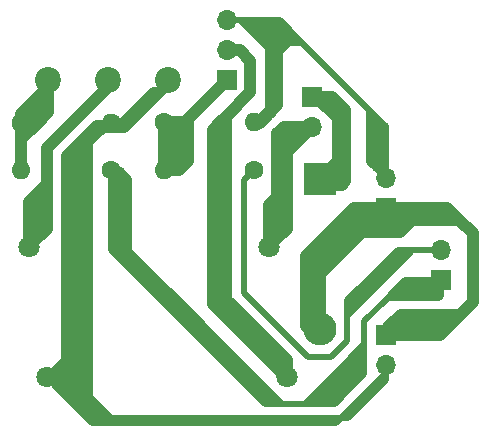
<source format=gbr>
G04 #@! TF.GenerationSoftware,KiCad,Pcbnew,7.0.2-0*
G04 #@! TF.CreationDate,2023-08-02T17:26:49+09:00*
G04 #@! TF.ProjectId,kicker_board2,6b69636b-6572-45f6-926f-617264322e6b,rev?*
G04 #@! TF.SameCoordinates,Original*
G04 #@! TF.FileFunction,Copper,L1,Top*
G04 #@! TF.FilePolarity,Positive*
%FSLAX46Y46*%
G04 Gerber Fmt 4.6, Leading zero omitted, Abs format (unit mm)*
G04 Created by KiCad (PCBNEW 7.0.2-0) date 2023-08-02 17:26:49*
%MOMM*%
%LPD*%
G01*
G04 APERTURE LIST*
G04 #@! TA.AperFunction,ComponentPad*
%ADD10R,1.700000X1.700000*%
G04 #@! TD*
G04 #@! TA.AperFunction,ComponentPad*
%ADD11O,1.700000X1.700000*%
G04 #@! TD*
G04 #@! TA.AperFunction,ComponentPad*
%ADD12C,1.800000*%
G04 #@! TD*
G04 #@! TA.AperFunction,ComponentPad*
%ADD13C,2.200000*%
G04 #@! TD*
G04 #@! TA.AperFunction,ComponentPad*
%ADD14C,1.600000*%
G04 #@! TD*
G04 #@! TA.AperFunction,ComponentPad*
%ADD15O,1.600000X1.600000*%
G04 #@! TD*
G04 #@! TA.AperFunction,ComponentPad*
%ADD16R,2.800000X2.800000*%
G04 #@! TD*
G04 #@! TA.AperFunction,ComponentPad*
%ADD17O,2.800000X2.800000*%
G04 #@! TD*
G04 #@! TA.AperFunction,Conductor*
%ADD18C,1.000000*%
G04 #@! TD*
G04 #@! TA.AperFunction,Conductor*
%ADD19C,0.500000*%
G04 #@! TD*
G04 APERTURE END LIST*
D10*
X154432000Y-107061000D03*
D11*
X154432000Y-104521000D03*
D12*
X141351000Y-115316000D03*
X121031000Y-115316000D03*
D13*
X121158000Y-90170000D03*
X126238000Y-90170000D03*
X131318000Y-90170000D03*
D10*
X149733000Y-111760000D03*
D11*
X149733000Y-114300000D03*
D14*
X130937000Y-93726000D03*
D15*
X138557000Y-93726000D03*
D10*
X143510000Y-91562000D03*
D11*
X143510000Y-94102000D03*
D14*
X126492000Y-97790000D03*
D15*
X118872000Y-97790000D03*
D14*
X138557000Y-97776000D03*
D15*
X130937000Y-97776000D03*
D12*
X119507000Y-104267000D03*
X139827000Y-104267000D03*
D10*
X149733000Y-100965000D03*
D11*
X149733000Y-98425000D03*
D14*
X118872000Y-93740000D03*
D15*
X126492000Y-93740000D03*
D16*
X144145000Y-98552000D03*
D17*
X144145000Y-111252000D03*
D10*
X136271000Y-90170000D03*
D11*
X136271000Y-87630000D03*
X136271000Y-85090000D03*
D18*
X147500000Y-102500000D02*
X143000000Y-107000000D01*
X149733000Y-111267000D02*
X150000000Y-111000000D01*
X157099000Y-108966000D02*
X156532500Y-109532500D01*
X150965000Y-101000000D02*
X149482500Y-102482500D01*
X151000000Y-100965000D02*
X153000000Y-100965000D01*
X155000000Y-111000000D02*
X150000000Y-111000000D01*
X144000000Y-109000000D02*
X143000000Y-110000000D01*
X144145000Y-109000000D02*
X144145000Y-106553000D01*
X143145000Y-108000000D02*
X144145000Y-109000000D01*
X153000000Y-100965000D02*
X154940000Y-100965000D01*
X144145000Y-109000000D02*
X144000000Y-109000000D01*
X150750500Y-101982500D02*
X149733000Y-100965000D01*
X143252000Y-111252000D02*
X143000000Y-111000000D01*
X143000000Y-106000000D02*
X143000000Y-105965000D01*
X153952500Y-100965000D02*
X155000000Y-102012500D01*
X153952500Y-101060000D02*
X153000000Y-102012500D01*
X149035000Y-100965000D02*
X148500000Y-101500000D01*
X144145000Y-111252000D02*
X144145000Y-109000000D01*
X143000000Y-107000000D02*
X143000000Y-106000000D01*
X143000000Y-111000000D02*
X143000000Y-110000000D01*
X143000000Y-105965000D02*
X148000000Y-100965000D01*
X148500000Y-101500000D02*
X147500000Y-102500000D01*
X144145000Y-111252000D02*
X143252000Y-111252000D01*
X147500000Y-102500000D02*
X148000000Y-103000000D01*
X149733000Y-111760000D02*
X149733000Y-111267000D01*
X154940000Y-100965000D02*
X155987500Y-102012500D01*
X151000000Y-101000000D02*
X150965000Y-101000000D01*
X151000000Y-101000000D02*
X151982500Y-101982500D01*
X155987500Y-102012500D02*
X157099000Y-103124000D01*
X144145000Y-106553000D02*
X149733000Y-100965000D01*
X151982500Y-101982500D02*
X153000000Y-100965000D01*
X156532500Y-109532500D02*
X155032500Y-111032500D01*
X144145000Y-106855000D02*
X143000000Y-108000000D01*
X149733000Y-100965000D02*
X151000000Y-100965000D01*
X143000000Y-108000000D02*
X143145000Y-108000000D01*
X143000000Y-110000000D02*
X143000000Y-108000000D01*
X148500000Y-101500000D02*
X149482500Y-102482500D01*
X151000000Y-100965000D02*
X151000000Y-101000000D01*
X155000000Y-102012500D02*
X155987500Y-102012500D01*
X150965000Y-103000000D02*
X151482500Y-102482500D01*
X149733000Y-100965000D02*
X149035000Y-100965000D01*
X148000000Y-100965000D02*
X149733000Y-100965000D01*
X157099000Y-103124000D02*
X157099000Y-108966000D01*
X144145000Y-106553000D02*
X144145000Y-106855000D01*
X151982500Y-101982500D02*
X150750500Y-101982500D01*
X155032500Y-111032500D02*
X155000000Y-111000000D01*
X155032500Y-111032500D02*
X154305000Y-111760000D01*
X154305000Y-111760000D02*
X149733000Y-111760000D01*
X143000000Y-106000000D02*
X143000000Y-105000000D01*
X156065000Y-110000000D02*
X156532500Y-109532500D01*
X147035000Y-100965000D02*
X148000000Y-100965000D01*
X152012500Y-102012500D02*
X153000000Y-102012500D01*
X153000000Y-100965000D02*
X153952500Y-100965000D01*
X143000000Y-105000000D02*
X147035000Y-100965000D01*
X151982500Y-101982500D02*
X152012500Y-102012500D01*
X149482500Y-102482500D02*
X151482500Y-102482500D01*
X151000000Y-110000000D02*
X156065000Y-110000000D01*
X148000000Y-103000000D02*
X150965000Y-103000000D01*
X143000000Y-108000000D02*
X143000000Y-107000000D01*
X150000000Y-111000000D02*
X151000000Y-110000000D01*
X151482500Y-102482500D02*
X151982500Y-101982500D01*
X153952500Y-100965000D02*
X153952500Y-101060000D01*
X153000000Y-102012500D02*
X155000000Y-102012500D01*
D19*
X145533141Y-119142500D02*
X146087821Y-118587821D01*
X124000000Y-96000000D02*
X123750000Y-96250000D01*
X145946446Y-118729195D02*
X126500000Y-118729195D01*
X122500000Y-97500000D02*
X122500000Y-97000000D01*
X127500000Y-93740000D02*
X126492000Y-93740000D01*
X123500000Y-96500000D02*
X123000000Y-97000000D01*
X123857500Y-118142500D02*
X124857500Y-119142500D01*
X127019000Y-93740000D02*
X127645000Y-94366000D01*
X130000000Y-91000000D02*
X130250000Y-91250000D01*
X128271000Y-93740000D02*
X127500000Y-93740000D01*
X126492000Y-93740000D02*
X127019000Y-93740000D01*
X126492000Y-93740000D02*
X125866000Y-94366000D01*
X124000000Y-117142500D02*
X126000000Y-119142500D01*
X123750000Y-96250000D02*
X123500000Y-96500000D01*
X122857500Y-117142500D02*
X123357500Y-117642500D01*
X121031000Y-115316000D02*
X121857500Y-116142500D01*
X131318000Y-90693000D02*
X130505500Y-91505500D01*
X125500000Y-93740000D02*
X126492000Y-93740000D01*
X130505500Y-91505500D02*
X128271000Y-93740000D01*
X122500000Y-113847000D02*
X122173500Y-114173500D01*
X124357500Y-118000000D02*
X125500000Y-119142500D01*
X124000000Y-96000000D02*
X124000000Y-117000000D01*
X125500000Y-94000000D02*
X125866000Y-94366000D01*
X122607500Y-116892500D02*
X122857500Y-117142500D01*
X125634000Y-94366000D02*
X124250000Y-95750000D01*
X123000000Y-97000000D02*
X122857500Y-97142500D01*
X126500000Y-118729195D02*
X124742000Y-116971195D01*
X123750000Y-118035000D02*
X123750000Y-96250000D01*
X122500000Y-113500000D02*
X122500000Y-116785000D01*
X121857500Y-114857500D02*
X121857500Y-116142500D01*
X124250000Y-95750000D02*
X124371000Y-95871000D01*
X123857500Y-118142500D02*
X123750000Y-118035000D01*
X146505886Y-118729195D02*
X145946446Y-118729195D01*
X127760000Y-93740000D02*
X130250000Y-91250000D01*
X124857500Y-119142500D02*
X125500000Y-119142500D01*
X122500000Y-97000000D02*
X122500000Y-96481610D01*
X127500000Y-93740000D02*
X127240000Y-93740000D01*
X124371000Y-110871000D02*
X124742000Y-110500000D01*
X123371000Y-96629000D02*
X123371000Y-117629000D01*
X149733000Y-114300000D02*
X149733000Y-114942641D01*
X122173500Y-114173500D02*
X121673500Y-114673500D01*
X121857500Y-116142500D02*
X122107500Y-116392500D01*
X130250000Y-91250000D02*
X130505500Y-91505500D01*
X121673500Y-114673500D02*
X121857500Y-114857500D01*
X130000000Y-90980000D02*
X130508000Y-90980000D01*
X130000000Y-91240000D02*
X127500000Y-93740000D01*
X124000000Y-117000000D02*
X124000000Y-117142500D01*
D18*
X126726534Y-93740000D02*
X126492000Y-93740000D01*
D19*
X125500000Y-94000000D02*
X122500000Y-97000000D01*
X122500000Y-116785000D02*
X122607500Y-116892500D01*
X122500000Y-96481610D02*
X125241610Y-93740000D01*
X149733000Y-114942641D02*
X146087821Y-118587821D01*
X125866000Y-94366000D02*
X124742000Y-95490000D01*
X127645000Y-94366000D02*
X128271000Y-93740000D01*
X149733000Y-114300000D02*
X149733000Y-115502081D01*
X126500000Y-119000000D02*
X126642500Y-119142500D01*
X125241610Y-93740000D02*
X125500000Y-93740000D01*
X130508000Y-90980000D02*
X131318000Y-90170000D01*
X125634000Y-94366000D02*
X127645000Y-94366000D01*
X123000000Y-97000000D02*
X122500000Y-97500000D01*
X123357500Y-117642500D02*
X123857500Y-118142500D01*
X122107500Y-114239500D02*
X122107500Y-116392500D01*
X124000000Y-117000000D02*
X124000000Y-118000000D01*
X124742000Y-116971195D02*
X124742000Y-110500000D01*
X130000000Y-90980000D02*
X127240000Y-93740000D01*
X122500000Y-97500000D02*
X122500000Y-113500000D01*
X122107500Y-116392500D02*
X122607500Y-116892500D01*
X127000000Y-93500000D02*
X126866000Y-93366000D01*
X123371000Y-117629000D02*
X123357500Y-117642500D01*
X125866000Y-94366000D02*
X125634000Y-94366000D01*
X127500000Y-93740000D02*
X127760000Y-93740000D01*
X127240000Y-93740000D02*
X127000000Y-93500000D01*
X129988000Y-91500000D02*
X131318000Y-90170000D01*
X124371000Y-95871000D02*
X124371000Y-110871000D01*
X124371000Y-116871000D02*
X126500000Y-119000000D01*
X122500000Y-113500000D02*
X122500000Y-113847000D01*
X130000000Y-91000000D02*
X130000000Y-91240000D01*
X126492000Y-93740000D02*
X126866000Y-93366000D01*
X123357500Y-117642500D02*
X123000000Y-117285000D01*
X124250000Y-95750000D02*
X124000000Y-96000000D01*
X124742000Y-95490000D02*
X124742000Y-110500000D01*
X124000000Y-118000000D02*
X124357500Y-118000000D01*
X126000000Y-119142500D02*
X126642500Y-119142500D01*
X125500000Y-93740000D02*
X125500000Y-94000000D01*
X146087821Y-118587821D02*
X145946446Y-118729195D01*
X126642500Y-119142500D02*
X145533141Y-119142500D01*
X122173500Y-114173500D02*
X122107500Y-114239500D01*
X121673500Y-114673500D02*
X121031000Y-115316000D01*
X123000000Y-117285000D02*
X123000000Y-97000000D01*
X123500000Y-96500000D02*
X123371000Y-96629000D01*
X124371000Y-110871000D02*
X124371000Y-116871000D01*
X125500000Y-119142500D02*
X126000000Y-119142500D01*
X149733000Y-115502081D02*
X146505886Y-118729195D01*
X122857500Y-97142500D02*
X122857500Y-117142500D01*
D18*
X145669000Y-97028000D02*
X145669000Y-93361862D01*
X146000000Y-99000000D02*
X144593000Y-99000000D01*
X146000000Y-99000000D02*
X146000000Y-97359000D01*
X146000000Y-97359000D02*
X145669000Y-97028000D01*
X145205836Y-91562000D02*
X146300000Y-92656164D01*
X146300000Y-96397000D02*
X145669000Y-97028000D01*
X143869138Y-91562000D02*
X145669000Y-93361862D01*
X144593000Y-99000000D02*
X144145000Y-98552000D01*
X144145000Y-98552000D02*
X145669000Y-97028000D01*
X143510000Y-91562000D02*
X143869138Y-91562000D01*
X146300000Y-96397000D02*
X146300000Y-98700000D01*
X143510000Y-91562000D02*
X145205836Y-91562000D01*
X146300000Y-92656164D02*
X146300000Y-96397000D01*
X146300000Y-98700000D02*
X146000000Y-99000000D01*
X141351000Y-102743000D02*
X141351000Y-96261000D01*
X139827000Y-102730000D02*
X140557000Y-102000000D01*
X140557000Y-94647000D02*
X140557000Y-96000000D01*
X140557000Y-96000000D02*
X140602000Y-96000000D01*
X140557000Y-96000000D02*
X140557000Y-97055000D01*
X140602000Y-94602000D02*
X142000000Y-94602000D01*
X141102000Y-94102000D02*
X140602000Y-94602000D01*
X143510000Y-94102000D02*
X141102000Y-94102000D01*
X139827000Y-104267000D02*
X139827000Y-100730000D01*
X139827000Y-104267000D02*
X140547000Y-103547000D01*
X142000000Y-94602000D02*
X142602000Y-94602000D01*
X140547000Y-103547000D02*
X140557000Y-103537000D01*
X142806000Y-94806000D02*
X143510000Y-94102000D01*
X140547000Y-103547000D02*
X141351000Y-102743000D01*
X140602000Y-96000000D02*
X142000000Y-94602000D01*
X140557000Y-97055000D02*
X141351000Y-96261000D01*
X141351000Y-96261000D02*
X142806000Y-94806000D01*
X140557000Y-102000000D02*
X140557000Y-100000000D01*
X140557000Y-103537000D02*
X140557000Y-102000000D01*
X139827000Y-100730000D02*
X140557000Y-100000000D01*
X139827000Y-104267000D02*
X139827000Y-102730000D01*
X140602000Y-94602000D02*
X140557000Y-94647000D01*
X140557000Y-100000000D02*
X140557000Y-97055000D01*
X142602000Y-94602000D02*
X142806000Y-94806000D01*
D19*
X139668559Y-87331441D02*
X139738500Y-87401381D01*
X140658892Y-86000000D02*
X140784446Y-85874446D01*
X140784446Y-88000000D02*
X137892223Y-85107777D01*
X141131669Y-85652777D02*
X141347223Y-85652777D01*
X137427119Y-85090000D02*
X138668559Y-86331441D01*
X140784446Y-87000000D02*
X142000000Y-87000000D01*
X140076695Y-86000000D02*
X140000000Y-85923305D01*
X140000000Y-85090000D02*
X139000000Y-85090000D01*
X140076695Y-92000000D02*
X140076695Y-86000000D01*
X140076695Y-86000000D02*
X140076695Y-85166695D01*
X148347223Y-92652777D02*
X143347223Y-87652777D01*
X140445639Y-88108521D02*
X140445639Y-87000000D01*
X140445639Y-86213253D02*
X141786747Y-86213253D01*
X140445639Y-87000000D02*
X138553416Y-85107777D01*
X149347223Y-93652777D02*
X149347223Y-97652777D01*
X139141500Y-93141500D02*
X139576695Y-93576695D01*
X142000000Y-87000000D02*
X142694446Y-87000000D01*
X141786747Y-86213253D02*
X141907699Y-86213253D01*
X142847223Y-87152777D02*
X142347223Y-86652777D01*
X140445639Y-88108521D02*
X139668559Y-87331441D01*
X139141500Y-93141500D02*
X138557000Y-93726000D01*
X140784446Y-86000000D02*
X140784446Y-85090000D01*
X143347223Y-87652777D02*
X142847223Y-87152777D01*
X140784446Y-86000000D02*
X141131669Y-85652777D01*
X142000000Y-86426506D02*
X141904935Y-86331441D01*
X137892223Y-85107777D02*
X137874446Y-85090000D01*
X140445639Y-92368944D02*
X140445639Y-88108521D01*
X149733000Y-98425000D02*
X149733000Y-94038554D01*
X149154000Y-97846000D02*
X149733000Y-98425000D01*
X140076695Y-92882695D02*
X139738500Y-92544500D01*
X140445639Y-87000000D02*
X140445639Y-86213253D01*
X149733000Y-98425000D02*
X148347223Y-97039223D01*
X139153390Y-94000000D02*
X139576695Y-93576695D01*
X138831000Y-94000000D02*
X139153390Y-94000000D01*
X140784446Y-92368944D02*
X140445639Y-92368944D01*
X142694446Y-87000000D02*
X142847223Y-87152777D01*
X139576695Y-93576695D02*
X140784446Y-92368944D01*
X141904935Y-86331441D02*
X141904935Y-86649225D01*
X149154000Y-93846000D02*
X149154000Y-97846000D01*
X140784446Y-92368944D02*
X140784446Y-88000000D01*
X140784446Y-87000000D02*
X140784446Y-86000000D01*
X142000000Y-86426506D02*
X141786747Y-86213253D01*
X137874446Y-85090000D02*
X136271000Y-85090000D01*
X140445639Y-86213253D02*
X140658892Y-86000000D01*
X149347223Y-93652777D02*
X148847223Y-93152777D01*
X141347223Y-85652777D02*
X140784446Y-85090000D01*
X148847223Y-93152777D02*
X148847223Y-97539223D01*
X149733000Y-94038554D02*
X149347223Y-93652777D01*
X139738500Y-87401381D02*
X139738500Y-92544500D01*
X141000000Y-86000000D02*
X141347223Y-85652777D01*
X148847223Y-97539223D02*
X149154000Y-97846000D01*
X148347223Y-97039223D02*
X148347223Y-92652777D01*
X142168559Y-86831441D02*
X139168559Y-86831441D01*
X139168559Y-86831441D02*
X139668559Y-87331441D01*
X140076695Y-85166695D02*
X140784446Y-85874446D01*
X141904935Y-86649225D02*
X140445639Y-88108521D01*
X142347223Y-86652777D02*
X142168559Y-86831441D01*
X142000000Y-87000000D02*
X142000000Y-86426506D01*
X140076695Y-92882695D02*
X140076695Y-92000000D01*
X138553416Y-85107777D02*
X137892223Y-85107777D01*
X140076695Y-93076695D02*
X140011890Y-93141500D01*
X139000000Y-85090000D02*
X136271000Y-85090000D01*
X140076695Y-93076695D02*
X140076695Y-92882695D01*
X140445639Y-92368944D02*
X140076695Y-92000000D01*
X140784446Y-92368944D02*
X140076695Y-93076695D01*
X139166695Y-85090000D02*
X140076695Y-86000000D01*
X136271000Y-85090000D02*
X137427119Y-85090000D01*
X142347223Y-86652777D02*
X141347223Y-85652777D01*
X140784446Y-86000000D02*
X141000000Y-86000000D01*
X149347223Y-93652777D02*
X149154000Y-93846000D01*
X140784446Y-85090000D02*
X140000000Y-85090000D01*
X142000000Y-87000000D02*
X142347223Y-86652777D01*
X139000000Y-85090000D02*
X139166695Y-85090000D01*
X149347223Y-97652777D02*
X149154000Y-97846000D01*
X141904935Y-86331441D02*
X138668559Y-86331441D01*
X140076695Y-85166695D02*
X140000000Y-85090000D01*
X141907699Y-86213253D02*
X142347223Y-86652777D01*
X139738500Y-92544500D02*
X139141500Y-93141500D01*
X140011890Y-93141500D02*
X139141500Y-93141500D01*
X140000000Y-85923305D02*
X140000000Y-85090000D01*
X138557000Y-93726000D02*
X138831000Y-94000000D01*
X138668559Y-86331441D02*
X139168559Y-86831441D01*
X140784446Y-88000000D02*
X140784446Y-87000000D01*
X140076695Y-86000000D02*
X140658892Y-86000000D01*
X138557000Y-93726000D02*
X138557000Y-93205000D01*
X148847223Y-93152777D02*
X148347223Y-92652777D01*
X140784446Y-85874446D02*
X140784446Y-86000000D01*
X147000000Y-115045585D02*
X147000000Y-115529195D01*
X127000000Y-98500000D02*
X126959352Y-98540648D01*
X154350000Y-108411000D02*
X153969500Y-108030500D01*
X153672500Y-108222500D02*
X150222500Y-108222500D01*
X140029195Y-117529195D02*
X140000000Y-117529195D01*
X151384000Y-107061000D02*
X153000000Y-107061000D01*
X149722500Y-108722500D02*
X150222500Y-108222500D01*
X147933000Y-111000000D02*
X147933000Y-110512000D01*
X126500000Y-99000000D02*
X127000000Y-98500000D01*
X147933000Y-110512000D02*
X149722500Y-108722500D01*
X153000000Y-107061000D02*
X153000000Y-107550000D01*
X126492000Y-97790000D02*
X126492000Y-99000000D01*
X144000000Y-117529195D02*
X145000000Y-117529195D01*
X153000000Y-107550000D02*
X153725000Y-108275000D01*
X145000000Y-117529195D02*
X145449390Y-117529195D01*
X126959352Y-103540648D02*
X127459352Y-104040648D01*
X127459352Y-104040648D02*
X127709352Y-104290648D01*
X151030500Y-108030500D02*
X153969500Y-108030500D01*
X140000000Y-117529195D02*
X139500000Y-117529195D01*
X139500000Y-117529195D02*
X126492000Y-104521195D01*
X140947899Y-117529195D02*
X140500000Y-117529195D01*
X147529195Y-115000000D02*
X147000000Y-115529195D01*
X126492000Y-97790000D02*
X127290000Y-97790000D01*
X142888263Y-117529195D02*
X147933000Y-112484458D01*
X144000000Y-117529195D02*
X144516390Y-117529195D01*
X153725000Y-108275000D02*
X153672500Y-108222500D01*
X147933000Y-113000000D02*
X147933000Y-111000000D01*
X153000000Y-107061000D02*
X154432000Y-107061000D01*
X132209352Y-108790648D02*
X140947899Y-117529195D01*
X126492000Y-103500000D02*
X126492000Y-103073296D01*
X128000000Y-104581296D02*
X128459352Y-105040648D01*
X126492000Y-103073296D02*
X126959352Y-103540648D01*
X147933000Y-113596195D02*
X147529195Y-114000000D01*
X127459352Y-98040648D02*
X127459352Y-104040648D01*
X154293000Y-108550000D02*
X154000000Y-108550000D01*
X127250000Y-98250000D02*
X127459352Y-98040648D01*
X147000000Y-115529195D02*
X145000000Y-117529195D01*
X150722500Y-107722500D02*
X151384000Y-107061000D01*
X150722500Y-107722500D02*
X151000000Y-108000000D01*
X147529195Y-114000000D02*
X146764597Y-114764597D01*
X126492000Y-103500000D02*
X126492000Y-103992000D01*
X147933000Y-113000000D02*
X147933000Y-113596195D01*
X144000000Y-117529195D02*
X146483610Y-115045585D01*
X126492000Y-103992000D02*
X127250000Y-104750000D01*
X127250000Y-104750000D02*
X140029195Y-117529195D01*
X146483610Y-115045585D02*
X147000000Y-115045585D01*
X147529195Y-114000000D02*
X147529195Y-114596195D01*
X147933000Y-115000000D02*
X147933000Y-114000000D01*
X154432000Y-108411000D02*
X154293000Y-108550000D01*
X140500000Y-117529195D02*
X140000000Y-117529195D01*
X127709352Y-98790648D02*
X128000000Y-98500000D01*
X151000000Y-108000000D02*
X151450000Y-107550000D01*
X146764597Y-114764597D02*
X146483610Y-115045585D01*
X145449390Y-117529195D02*
X147933000Y-115045585D01*
X126959352Y-98540648D02*
X126959352Y-103540648D01*
X128459352Y-105040648D02*
X132209352Y-108790648D01*
X147000000Y-115045585D02*
X147933000Y-115045585D01*
X149895000Y-108550000D02*
X149722500Y-108722500D01*
X127500000Y-98000000D02*
X128000000Y-98500000D01*
X147933000Y-114000000D02*
X147933000Y-113000000D01*
X143403805Y-117529195D02*
X147933000Y-113000000D01*
X126492000Y-104521195D02*
X126492000Y-103500000D01*
X127709352Y-104290648D02*
X128459352Y-105040648D01*
X147529195Y-114596195D02*
X147933000Y-115000000D01*
X151450000Y-107550000D02*
X153000000Y-107550000D01*
X126492000Y-99000000D02*
X126500000Y-99000000D01*
X151000000Y-108000000D02*
X151030500Y-108030500D01*
X154432000Y-107061000D02*
X154432000Y-108411000D01*
X144516390Y-117529195D02*
X147000000Y-115045585D01*
X154432000Y-108411000D02*
X154350000Y-108411000D01*
X147933000Y-114000000D02*
X147529195Y-114000000D01*
X140500000Y-117529195D02*
X126500000Y-103529195D01*
X142000000Y-117529195D02*
X142888263Y-117529195D01*
X127709352Y-104290648D02*
X127709352Y-98790648D01*
X126492000Y-99000000D02*
X126492000Y-103073296D01*
X154000000Y-108550000D02*
X149895000Y-108550000D01*
X127250000Y-104750000D02*
X127250000Y-98250000D01*
X140947899Y-117529195D02*
X142000000Y-117529195D01*
X147933000Y-115000000D02*
X147529195Y-115000000D01*
X142888263Y-117529195D02*
X143403805Y-117529195D01*
X146932999Y-114596195D02*
X146764597Y-114764597D01*
X150222500Y-108222500D02*
X150722500Y-107722500D01*
X127500000Y-98000000D02*
X127459352Y-98040648D01*
X153969500Y-108030500D02*
X153000000Y-107061000D01*
X127000000Y-98500000D02*
X127500000Y-98000000D01*
X147933000Y-112484458D02*
X147933000Y-111000000D01*
X142000000Y-117529195D02*
X144000000Y-117529195D01*
X153725000Y-108275000D02*
X154000000Y-108550000D01*
X147529195Y-114596195D02*
X146932999Y-114596195D01*
X147933000Y-115045585D02*
X147933000Y-115000000D01*
X128000000Y-98500000D02*
X128000000Y-104581296D01*
X127290000Y-97790000D02*
X127500000Y-98000000D01*
X146495000Y-110000000D02*
X146521000Y-110000000D01*
X143171598Y-113602000D02*
X145118402Y-113602000D01*
X151760500Y-104760500D02*
X152000000Y-104521000D01*
X147000000Y-109000000D02*
X147000000Y-108521000D01*
X137757001Y-108187403D02*
X143171598Y-113602000D01*
X146495000Y-112225402D02*
X146495000Y-110000000D01*
X146760500Y-109760500D02*
X147000000Y-109521000D01*
X147000000Y-109521000D02*
X147000000Y-109000000D01*
X151000000Y-104521000D02*
X150974000Y-104521000D01*
X137757001Y-98575999D02*
X137757001Y-108187403D01*
X151521000Y-105000000D02*
X151760500Y-104760500D01*
X138557000Y-97776000D02*
X137757001Y-98575999D01*
X146495000Y-108776000D02*
X150750000Y-104521000D01*
X150974000Y-104521000D02*
X146495000Y-109000000D01*
X146521000Y-110000000D02*
X146760500Y-109760500D01*
X150750000Y-104521000D02*
X151000000Y-104521000D01*
X146760500Y-109760500D02*
X151260500Y-105260500D01*
X151000000Y-105000000D02*
X147000000Y-109000000D01*
X151000000Y-105000000D02*
X151521000Y-105000000D01*
X151260500Y-105260500D02*
X151760500Y-104760500D01*
X147000000Y-108521000D02*
X151000000Y-104521000D01*
X145118402Y-113602000D02*
X146495000Y-112225402D01*
X147000000Y-109000000D02*
X147521000Y-109000000D01*
X151000000Y-105000000D02*
X151260500Y-105260500D01*
X146495000Y-109000000D02*
X146495000Y-108776000D01*
X151000000Y-104521000D02*
X151000000Y-105000000D01*
X147521000Y-109000000D02*
X152000000Y-104521000D01*
X152000000Y-104521000D02*
X154432000Y-104521000D01*
X146495000Y-109000000D02*
X146495000Y-109016000D01*
X146495000Y-109016000D02*
X147000000Y-109521000D01*
X151000000Y-104521000D02*
X152000000Y-104521000D01*
X146495000Y-109000000D02*
X147000000Y-109000000D01*
X146495000Y-110000000D02*
X146495000Y-109000000D01*
D18*
X121158000Y-92842000D02*
X121158000Y-90693000D01*
X118872000Y-92979000D02*
X118925500Y-92925500D01*
X119000000Y-93000000D02*
X118925500Y-92925500D01*
X120260000Y-93740000D02*
X121158000Y-92842000D01*
X120260000Y-92260000D02*
X119925500Y-91925500D01*
X120842000Y-91009000D02*
X121158000Y-90693000D01*
X120260000Y-93000000D02*
X119000000Y-93000000D01*
X120260000Y-93000000D02*
X120260000Y-92260000D01*
X118872000Y-93740000D02*
X118872000Y-92979000D01*
X118872000Y-93740000D02*
X120260000Y-93740000D01*
X118872000Y-96000000D02*
X118872000Y-93740000D01*
X120842000Y-92842000D02*
X120842000Y-91009000D01*
X118872000Y-95128000D02*
X118872000Y-96000000D01*
X118925500Y-92925500D02*
X119925500Y-91925500D01*
X120260000Y-93740000D02*
X118872000Y-95128000D01*
X120842000Y-92842000D02*
X119925500Y-91925500D01*
X121158000Y-92842000D02*
X120842000Y-92842000D01*
X120260000Y-93740000D02*
X120260000Y-93000000D01*
X118872000Y-97790000D02*
X118872000Y-96000000D01*
X119925500Y-91925500D02*
X121158000Y-90693000D01*
X121031000Y-102000000D02*
X121000000Y-102000000D01*
X121031000Y-102743000D02*
X121031000Y-102000000D01*
X120000000Y-100000000D02*
X121000000Y-99000000D01*
X119507000Y-100493000D02*
X120000000Y-100000000D01*
X121000000Y-99000000D02*
X121031000Y-99000000D01*
X119887000Y-103887000D02*
X121031000Y-102743000D01*
X120000000Y-100000000D02*
X120031000Y-100000000D01*
X121031000Y-99000000D02*
X121031000Y-95900000D01*
X119507000Y-104267000D02*
X119507000Y-100493000D01*
X121031000Y-102000000D02*
X121031000Y-101000000D01*
X120000000Y-100000000D02*
X120000000Y-101000000D01*
X120000000Y-103774000D02*
X119887000Y-103887000D01*
X119507000Y-104267000D02*
X119887000Y-103887000D01*
X120031000Y-100000000D02*
X121031000Y-101000000D01*
X121000000Y-102000000D02*
X120000000Y-101000000D01*
X120000000Y-101712000D02*
X121031000Y-102743000D01*
X120000000Y-100000000D02*
X120000000Y-103774000D01*
X121031000Y-95900000D02*
X126238000Y-90693000D01*
X121031000Y-101000000D02*
X121031000Y-99000000D01*
X120000000Y-101000000D02*
X120000000Y-101712000D01*
X132000000Y-94441000D02*
X132000000Y-95000000D01*
X132000000Y-96000000D02*
X131000000Y-96000000D01*
X132220500Y-94220500D02*
X132715000Y-93726000D01*
X134720500Y-91720500D02*
X136271000Y-90170000D01*
X132220500Y-97772500D02*
X132220500Y-94220500D01*
X130937000Y-97776000D02*
X130937000Y-95504000D01*
X131000000Y-96000000D02*
X131287000Y-96000000D01*
X132224000Y-97776000D02*
X132220500Y-97772500D01*
X132224000Y-97776000D02*
X133000000Y-97000000D01*
X131000000Y-96000000D02*
X130937000Y-96063000D01*
X132220500Y-94220500D02*
X132000000Y-94441000D01*
X130937000Y-96063000D02*
X130937000Y-97776000D01*
X130937000Y-95504000D02*
X132220500Y-94220500D01*
X132000000Y-96000000D02*
X132000000Y-97552000D01*
X130937000Y-97776000D02*
X130937000Y-93726000D01*
X133000000Y-97000000D02*
X133000000Y-93441000D01*
X133000000Y-93441000D02*
X134720500Y-91720500D01*
X130937000Y-97776000D02*
X132224000Y-97776000D01*
X130937000Y-93726000D02*
X132715000Y-93726000D01*
X132000000Y-95000000D02*
X132000000Y-96000000D01*
X132000000Y-96000000D02*
X132000000Y-96713000D01*
X132000000Y-95000000D02*
X130937000Y-96063000D01*
X132000000Y-96713000D02*
X130937000Y-97776000D01*
X131287000Y-96000000D02*
X132000000Y-96713000D01*
X132715000Y-93726000D02*
X134720500Y-91720500D01*
X132000000Y-97552000D02*
X132224000Y-97776000D01*
X139259494Y-111740506D02*
X140259494Y-112740506D01*
X135128000Y-109093000D02*
X135128000Y-94326572D01*
X137427119Y-87630000D02*
X136271000Y-87630000D01*
X136518988Y-109000000D02*
X137259494Y-109740506D01*
X139017500Y-112982500D02*
X137017500Y-110982500D01*
X136227286Y-109000000D02*
X136227286Y-110192286D01*
X135727286Y-93727286D02*
X136227286Y-93227286D01*
X140259494Y-112740506D02*
X139259494Y-112740506D01*
X138288500Y-91166072D02*
X138288500Y-88491381D01*
X137017500Y-110078940D02*
X136679066Y-109740506D01*
X137259494Y-109740506D02*
X141351000Y-113832012D01*
X136679066Y-109740506D02*
X136227286Y-110192286D01*
X135727286Y-93727286D02*
X135727286Y-109692286D01*
X139259494Y-111740506D02*
X138501488Y-110982500D01*
X137775506Y-111740506D02*
X139259494Y-111740506D01*
X137017500Y-110982500D02*
X137017500Y-110078940D01*
X140517500Y-114482500D02*
X139517500Y-113482500D01*
X135727286Y-109692286D02*
X136227286Y-110192286D01*
X139517500Y-113482500D02*
X139017500Y-112982500D01*
X136227286Y-110192286D02*
X137017500Y-110982500D01*
X139259494Y-112740506D02*
X139017500Y-112982500D01*
X137017500Y-110982500D02*
X135128000Y-109093000D01*
X139259494Y-111740506D02*
X139259494Y-112740506D01*
X136518988Y-109000000D02*
X139259494Y-111740506D01*
X138288500Y-88491381D02*
X137427119Y-87630000D01*
X136227286Y-93227286D02*
X138288500Y-91166072D01*
X137259494Y-109740506D02*
X136679066Y-109740506D01*
X136227286Y-109000000D02*
X136518988Y-109000000D01*
X135128000Y-94326572D02*
X135727286Y-93727286D01*
X141351000Y-113832012D02*
X141351000Y-115316000D01*
X136227286Y-110192286D02*
X137775506Y-111740506D01*
X136227286Y-93227286D02*
X136227286Y-109000000D01*
X138501488Y-110982500D02*
X137017500Y-110982500D01*
X140517500Y-112998512D02*
X140517500Y-114482500D01*
X141351000Y-115316000D02*
X140517500Y-114482500D01*
X140259494Y-112740506D02*
X140517500Y-112998512D01*
X139517500Y-113482500D02*
X140259494Y-112740506D01*
M02*

</source>
